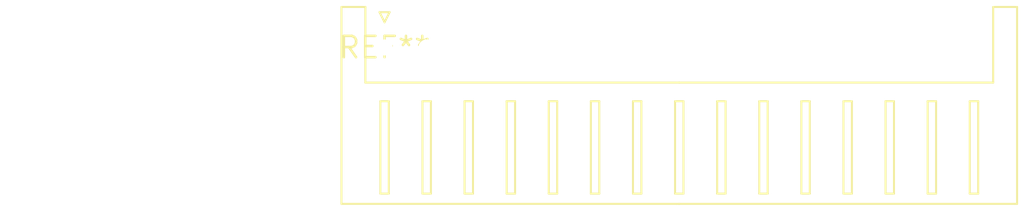
<source format=kicad_pcb>
(kicad_pcb (version 20240108) (generator pcbnew)
  (layers (0 "F.Cu" signal) (31 "B.Cu" signal) (34 "B.Paste" user) (35 "F.Paste" user) (36 "B.SilkS" user "B.Silkscreen") (37 "F.SilkS" user "F.Silkscreen") (38 "B.Mask" user) (39 "F.Mask" user) (44 "Edge.Cuts" user))
  (net 0 "")
  (footprint "JST_XH_S15B-XH-A_1x15_P2.50mm_Horizontal" (layer "F.Cu") (at 0 0)
    (property "Reference" "REF**")
    (property "Value" "JST_XH_S15B-XH-A_1x15_P2.50mm_Horizontal")
    (fp_line (start -2.56 -2.41) (end -1.14 -2.41) (layer "F.SilkS") (stroke (width 0.12)))
    (fp_line (start -2.56 9.31) (end -2.56 -2.41) (layer "F.SilkS") (stroke (width 0.12)))
    (fp_line (start -1.14 -2.41) (end -1.14 2.09) (layer "F.SilkS") (stroke (width 0.12)))
    (fp_line (start -1.14 2.09) (end 17.5 2.09) (layer "F.SilkS") (stroke (width 0.12)))
    (fp_line (start -0.3 -2.1) (end 0.3 -2.1) (layer "F.SilkS") (stroke (width 0.12)))
    (fp_line (start -0.25 3.2) (end -0.25 8.7) (layer "F.SilkS") (stroke (width 0.12)))
    (fp_line (start -0.25 8.7) (end 0.25 8.7) (layer "F.SilkS") (stroke (width 0.12)))
    (fp_line (start 0 -1.5) (end -0.3 -2.1) (layer "F.SilkS") (stroke (width 0.12)))
    (fp_line (start 0.25 3.2) (end -0.25 3.2) (layer "F.SilkS") (stroke (width 0.12)))
    (fp_line (start 0.25 8.7) (end 0.25 3.2) (layer "F.SilkS") (stroke (width 0.12)))
    (fp_line (start 0.3 -2.1) (end 0 -1.5) (layer "F.SilkS") (stroke (width 0.12)))
    (fp_line (start 2.25 3.2) (end 2.25 8.7) (layer "F.SilkS") (stroke (width 0.12)))
    (fp_line (start 2.25 8.7) (end 2.75 8.7) (layer "F.SilkS") (stroke (width 0.12)))
    (fp_line (start 2.75 3.2) (end 2.25 3.2) (layer "F.SilkS") (stroke (width 0.12)))
    (fp_line (start 2.75 8.7) (end 2.75 3.2) (layer "F.SilkS") (stroke (width 0.12)))
    (fp_line (start 4.75 3.2) (end 4.75 8.7) (layer "F.SilkS") (stroke (width 0.12)))
    (fp_line (start 4.75 8.7) (end 5.25 8.7) (layer "F.SilkS") (stroke (width 0.12)))
    (fp_line (start 5.25 3.2) (end 4.75 3.2) (layer "F.SilkS") (stroke (width 0.12)))
    (fp_line (start 5.25 8.7) (end 5.25 3.2) (layer "F.SilkS") (stroke (width 0.12)))
    (fp_line (start 7.25 3.2) (end 7.25 8.7) (layer "F.SilkS") (stroke (width 0.12)))
    (fp_line (start 7.25 8.7) (end 7.75 8.7) (layer "F.SilkS") (stroke (width 0.12)))
    (fp_line (start 7.75 3.2) (end 7.25 3.2) (layer "F.SilkS") (stroke (width 0.12)))
    (fp_line (start 7.75 8.7) (end 7.75 3.2) (layer "F.SilkS") (stroke (width 0.12)))
    (fp_line (start 9.75 3.2) (end 9.75 8.7) (layer "F.SilkS") (stroke (width 0.12)))
    (fp_line (start 9.75 8.7) (end 10.25 8.7) (layer "F.SilkS") (stroke (width 0.12)))
    (fp_line (start 10.25 3.2) (end 9.75 3.2) (layer "F.SilkS") (stroke (width 0.12)))
    (fp_line (start 10.25 8.7) (end 10.25 3.2) (layer "F.SilkS") (stroke (width 0.12)))
    (fp_line (start 12.25 3.2) (end 12.25 8.7) (layer "F.SilkS") (stroke (width 0.12)))
    (fp_line (start 12.25 8.7) (end 12.75 8.7) (layer "F.SilkS") (stroke (width 0.12)))
    (fp_line (start 12.75 3.2) (end 12.25 3.2) (layer "F.SilkS") (stroke (width 0.12)))
    (fp_line (start 12.75 8.7) (end 12.75 3.2) (layer "F.SilkS") (stroke (width 0.12)))
    (fp_line (start 14.75 3.2) (end 14.75 8.7) (layer "F.SilkS") (stroke (width 0.12)))
    (fp_line (start 14.75 8.7) (end 15.25 8.7) (layer "F.SilkS") (stroke (width 0.12)))
    (fp_line (start 15.25 3.2) (end 14.75 3.2) (layer "F.SilkS") (stroke (width 0.12)))
    (fp_line (start 15.25 8.7) (end 15.25 3.2) (layer "F.SilkS") (stroke (width 0.12)))
    (fp_line (start 17.25 3.2) (end 17.25 8.7) (layer "F.SilkS") (stroke (width 0.12)))
    (fp_line (start 17.25 8.7) (end 17.75 8.7) (layer "F.SilkS") (stroke (width 0.12)))
    (fp_line (start 17.5 9.31) (end -2.56 9.31) (layer "F.SilkS") (stroke (width 0.12)))
    (fp_line (start 17.5 9.31) (end 37.56 9.31) (layer "F.SilkS") (stroke (width 0.12)))
    (fp_line (start 17.75 3.2) (end 17.25 3.2) (layer "F.SilkS") (stroke (width 0.12)))
    (fp_line (start 17.75 8.7) (end 17.75 3.2) (layer "F.SilkS") (stroke (width 0.12)))
    (fp_line (start 19.75 3.2) (end 19.75 8.7) (layer "F.SilkS") (stroke (width 0.12)))
    (fp_line (start 19.75 8.7) (end 20.25 8.7) (layer "F.SilkS") (stroke (width 0.12)))
    (fp_line (start 20.25 3.2) (end 19.75 3.2) (layer "F.SilkS") (stroke (width 0.12)))
    (fp_line (start 20.25 8.7) (end 20.25 3.2) (layer "F.SilkS") (stroke (width 0.12)))
    (fp_line (start 22.25 3.2) (end 22.25 8.7) (layer "F.SilkS") (stroke (width 0.12)))
    (fp_line (start 22.25 8.7) (end 22.75 8.7) (layer "F.SilkS") (stroke (width 0.12)))
    (fp_line (start 22.75 3.2) (end 22.25 3.2) (layer "F.SilkS") (stroke (width 0.12)))
    (fp_line (start 22.75 8.7) (end 22.75 3.2) (layer "F.SilkS") (stroke (width 0.12)))
    (fp_line (start 24.75 3.2) (end 24.75 8.7) (layer "F.SilkS") (stroke (width 0.12)))
    (fp_line (start 24.75 8.7) (end 25.25 8.7) (layer "F.SilkS") (stroke (width 0.12)))
    (fp_line (start 25.25 3.2) (end 24.75 3.2) (layer "F.SilkS") (stroke (width 0.12)))
    (fp_line (start 25.25 8.7) (end 25.25 3.2) (layer "F.SilkS") (stroke (width 0.12)))
    (fp_line (start 27.25 3.2) (end 27.25 8.7) (layer "F.SilkS") (stroke (width 0.12)))
    (fp_line (start 27.25 8.7) (end 27.75 8.7) (layer "F.SilkS") (stroke (width 0.12)))
    (fp_line (start 27.75 3.2) (end 27.25 3.2) (layer "F.SilkS") (stroke (width 0.12)))
    (fp_line (start 27.75 8.7) (end 27.75 3.2) (layer "F.SilkS") (stroke (width 0.12)))
    (fp_line (start 29.75 3.2) (end 29.75 8.7) (layer "F.SilkS") (stroke (width 0.12)))
    (fp_line (start 29.75 8.7) (end 30.25 8.7) (layer "F.SilkS") (stroke (width 0.12)))
    (fp_line (start 30.25 3.2) (end 29.75 3.2) (layer "F.SilkS") (stroke (width 0.12)))
    (fp_line (start 30.25 8.7) (end 30.25 3.2) (layer "F.SilkS") (stroke (width 0.12)))
    (fp_line (start 32.25 3.2) (end 32.25 8.7) (layer "F.SilkS") (stroke (width 0.12)))
    (fp_line (start 32.25 8.7) (end 32.75 8.7) (layer "F.SilkS") (stroke (width 0.12)))
    (fp_line (start 32.75 3.2) (end 32.25 3.2) (layer "F.SilkS") (stroke (width 0.12)))
    (fp_line (start 32.75 8.7) (end 32.75 3.2) (layer "F.SilkS") (stroke (width 0.12)))
    (fp_line (start 34.75 3.2) (end 34.75 8.7) (layer "F.SilkS") (stroke (width 0.12)))
    (fp_line (start 34.75 8.7) (end 35.25 8.7) (layer "F.SilkS") (stroke (width 0.12)))
    (fp_line (start 35.25 3.2) (end 34.75 3.2) (layer "F.SilkS") (stroke (width 0.12)))
    (fp_line (start 35.25 8.7) (end 35.25 3.2) (layer "F.SilkS") (stroke (width 0.12)))
    (fp_line (start 36.14 -2.41) (end 36.14 2.09) (layer "F.SilkS") (stroke (width 0.12)))
    (fp_line (start 36.14 2.09) (end 17.5 2.09) (layer "F.SilkS") (stroke (width 0.12)))
    (fp_line (start 37.56 -2.41) (end 36.14 -2.41) (layer "F.SilkS") (stroke (width 0.12)))
    (fp_line (start 37.56 9.31) (end 37.56 -2.41) (layer "F.SilkS") (stroke (width 0.12)))
    (pad "1" thru_hole roundrect (at 0 0) (size 1.7 1.95) (drill 0.95) (layers *.Cu *.Mask) (remove_unused_layers) (roundrect_rratio 0.147059))
    (pad "2" thru_hole oval (at 2.5 0) (size 1.7 1.95) (drill 0.95) (layers *.Cu *.Mask) (remove_unused_layers))
    (pad "3" thru_hole oval (at 5 0) (size 1.7 1.95) (drill 0.95) (layers *.Cu *.Mask) (remove_unused_layers))
    (pad "4" thru_hole oval (at 7.5 0) (size 1.7 1.95) (drill 0.95) (layers *.Cu *.Mask) (remove_unused_layers))
    (pad "5" thru_hole oval (at 10 0) (size 1.7 1.95) (drill 0.95) (layers *.Cu *.Mask) (remove_unused_layers))
    (pad "6" thru_hole oval (at 12.5 0) (size 1.7 1.95) (drill 0.95) (layers *.Cu *.Mask) (remove_unused_layers))
    (pad "7" thru_hole oval (at 15 0) (size 1.7 1.95) (drill 0.95) (layers *.Cu *.Mask) (remove_unused_layers))
    (pad "8" thru_hole oval (at 17.5 0) (size 1.7 1.95) (drill 0.95) (layers *.Cu *.Mask) (remove_unused_layers))
    (pad "9" thru_hole oval (at 20 0) (size 1.7 1.95) (drill 0.95) (layers *.Cu *.Mask) (remove_unused_layers))
    (pad "10" thru_hole oval (at 22.5 0) (size 1.7 1.95) (drill 0.95) (layers *.Cu *.Mask) (remove_unused_layers))
    (pad "11" thru_hole oval (at 25 0) (size 1.7 1.95) (drill 0.95) (layers *.Cu *.Mask) (remove_unused_layers))
    (pad "12" thru_hole oval (at 27.5 0) (size 1.7 1.95) (drill 0.95) (layers *.Cu *.Mask) (remove_unused_layers))
    (pad "13" thru_hole oval (at 30 0) (size 1.7 1.95) (drill 0.95) (layers *.Cu *.Mask) (remove_unused_layers))
    (pad "14" thru_hole oval (at 32.5 0) (size 1.7 1.95) (drill 0.95) (layers *.Cu *.Mask) (remove_unused_layers))
    (pad "15" thru_hole oval (at 35 0) (size 1.7 1.95) (drill 0.95) (layers *.Cu *.Mask) (remove_unused_layers))
  )
)
</source>
